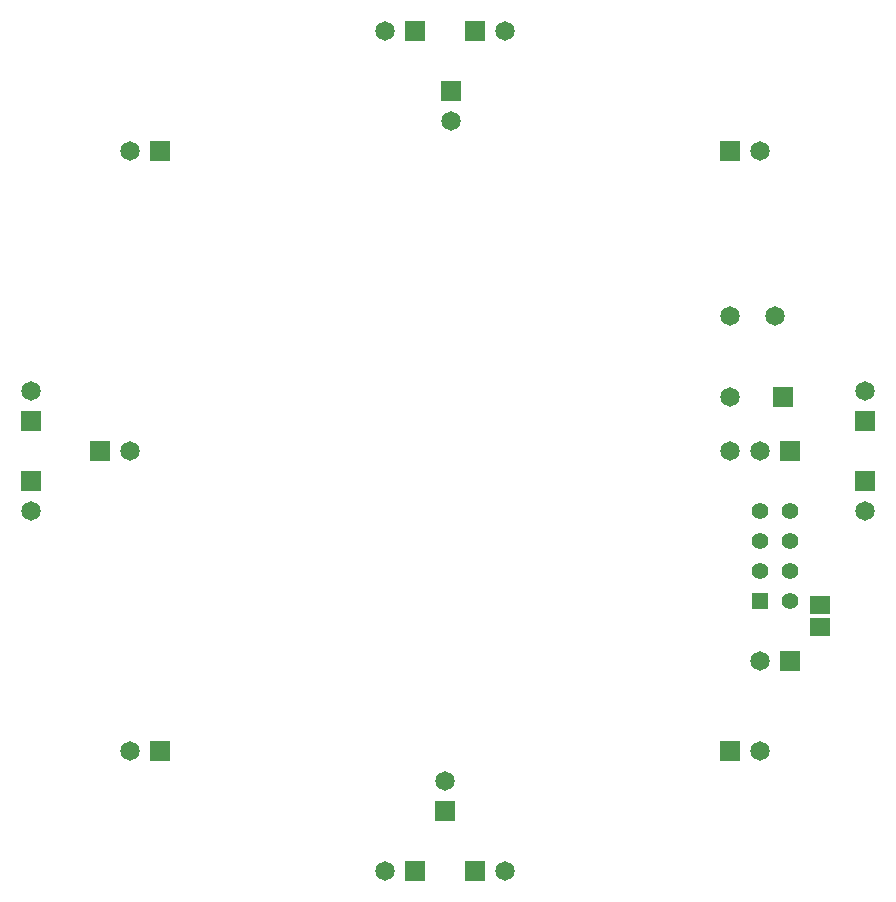
<source format=gts>
G04 -- Generated By PCBWeb Designer*
%FSLAX24Y24*%
%MOIN*%
%OFA0B0*%
%SFA1.0B1.0*%
%AMROTRECT*21,1,$1,$2,0,0,$3*%
%AMROTOBLONG*1,1,$7,$1,$2*1,1,$7,$3,$4*21,1,$5,$6,0,0,$8*%
%ADD10C,0.025*%
%ADD11R,0.045X0.045*%
%ADD12C,0.03*%
%ADD13R,0.055X0.055*%
%ADD14C,0.045*%
%ADD15C,0.055*%
%ADD16C,0.01*%
%ADD17C,0.008*%
%ADD18C,0.024*%
%ADD19C,0.035*%
%ADD20R,0.065X0.065*%
%ADD21C,0.032*%
%ADD22C,0.065*%
%ADD23C,0.005*%
%ADD24C,0.021*%
%ADD25R,0.0591X0.0512*%
%ADD26R,0.0691X0.0612*%
%ADD27R,0.0236X0.0315*%
%ADD28R,0.0336X0.0415*%
%ADD29C,0.033*%
%ADD30C,0.033*%
%ADD31C,0.026*%
%ADD32C,0.015*%
%ADD33C,0.031*%
%ADD34C,0.0*%
%ADD35C,0.0275*%
G01*
%LNSTD*%
%LPD*%
G54D13*
X26000Y10500D03*
G54D15*
X27000Y10500D03*
X26000Y11500D03*
X27000Y11500D03*
X26000Y12500D03*
X27000Y12500D03*
X26000Y13500D03*
X27000Y13500D03*
G54D20*
X27000Y8500D03*
G54D22*
X26000Y8500D03*
G54D26*
X28000Y9626D03*
X28000Y10374D03*
G54D20*
X27000Y15500D03*
G54D22*
X26000Y15500D03*
X25000Y15500D03*
G54D20*
X25000Y25500D03*
G54D22*
X26000Y25500D03*
G54D20*
X6000Y5500D03*
G54D22*
X5000Y5500D03*
G54D20*
X25000Y5500D03*
G54D22*
X26000Y5500D03*
G54D20*
X16500Y1500D03*
G54D22*
X17500Y1500D03*
G54D20*
X14500Y29500D03*
G54D22*
X13500Y29500D03*
G54D20*
X29500Y16500D03*
G54D22*
X29500Y17500D03*
G54D20*
X1700Y14500D03*
G54D22*
X1700Y13500D03*
G54D20*
X26750Y17300D03*
G54D22*
X25000Y17300D03*
G54D20*
X14500Y1500D03*
G54D22*
X13500Y1500D03*
G54D20*
X29500Y14500D03*
G54D22*
X29500Y13500D03*
G54D20*
X1700Y16500D03*
G54D22*
X1700Y17500D03*
G54D20*
X16500Y29500D03*
G54D22*
X17500Y29500D03*
G54D20*
X6000Y25500D03*
G54D22*
X5000Y25500D03*
X26500Y20000D03*
X25000Y20000D03*
G54D20*
X4000Y15500D03*
G54D22*
X5000Y15500D03*
G54D20*
X15700Y27500D03*
G54D22*
X15700Y26500D03*
G54D20*
X15500Y3500D03*
G54D22*
X15500Y4500D03*
M02*

</source>
